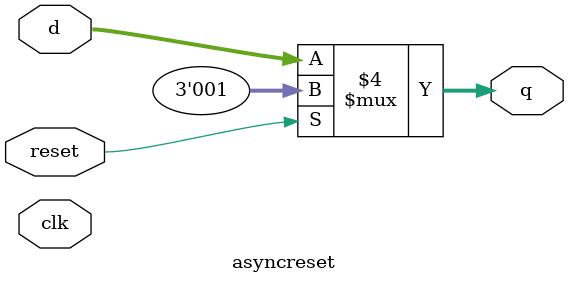
<source format=v>
module asyncreset(
input [2:0] d,
output reg [2:0] q,
input reset,
input clk
);

always @* begin  //For synchronous always @(posedge clk)

if (reset==1)begin
q<=1'b1;
end
else begin
q<=d;
end

end
endmodule

</source>
